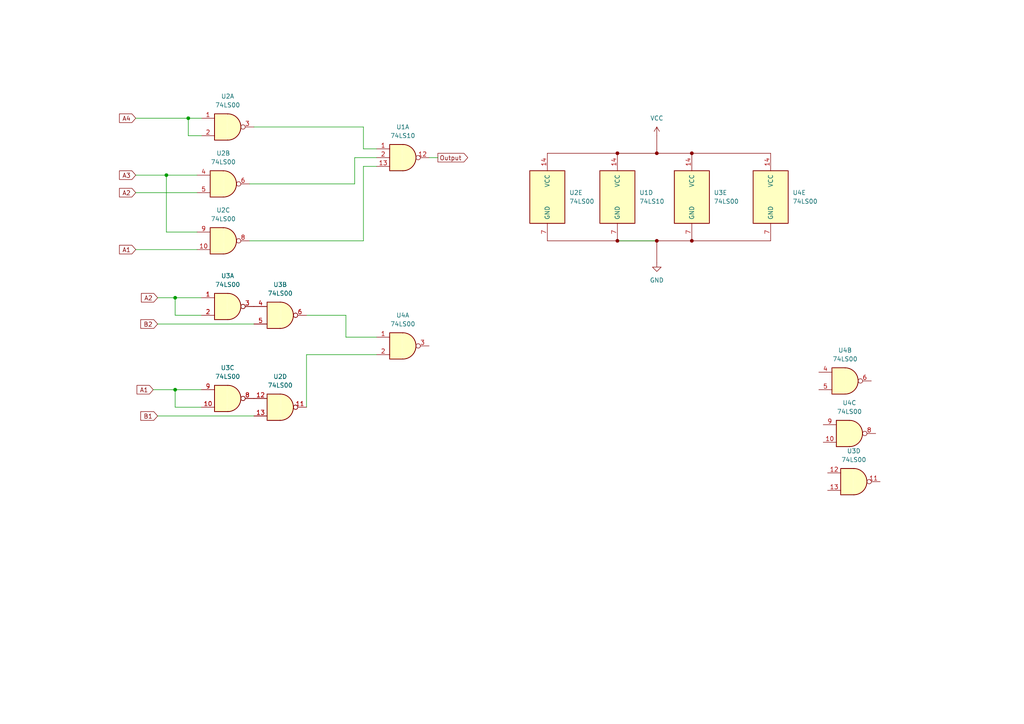
<source format=kicad_sch>
(kicad_sch (version 20231120) (generator "eeschema") (generator_version "8.0")
  (paper "A4")
  (lib_symbols
    (symbol "74xx:74LS00" (pin_names (offset 1.016))
      (property "Reference" "U" (at 0 1.27 0))
      (property "Value" "74LS00" (at 0 -1.27 0))
      (symbol "74LS00_1_1"
        (arc (start 0 -3.81) (mid 3.7934 0) (end 0 3.81) (stroke (width 0.254)) (fill (type background)))
        (polyline (pts (xy 0 3.81) (xy -3.81 3.81) (xy -3.81 -3.81) (xy 0 -3.81)) (stroke (width 0.254)) (fill (type background)))
        (pin input line (at -7.62 2.54 0) (length 3.81) (name "~") (number "1"))
        (pin input line (at -7.62 -2.54 0) (length 3.81) (name "~") (number "2"))
        (pin output inverted (at 7.62 0 180) (length 3.81) (name "~") (number "3"))
      )
      (symbol "74LS00_1_2"
        (arc (start -3.81 -3.81) (mid -2.589 0) (end -3.81 3.81) (stroke (width 0.254)))
        (arc (start -0.6096 -3.81) (mid 2.1842 -2.5851) (end 3.81 0) (stroke (width 0.254)) (fill (type background)))
        (polyline (pts (xy -3.81 -3.81) (xy -0.635 -3.81)) (stroke (width 0.254)) (fill (type background)))
        (polyline (pts (xy -3.81 3.81) (xy -0.635 3.81)) (stroke (width 0.254)) (fill (type background)))
        (polyline (pts (xy -0.635 3.81) (xy -3.81 3.81) (xy -3.81 3.81) (xy -3.556 3.4036) (xy -3.0226 2.2606) (xy -2.6924 1.0414) (xy -2.6162 -0.254) (xy -2.7686 -1.4986) (xy -3.175 -2.7178) (xy -3.81 -3.81) (xy -3.81 -3.81) (xy -0.635 -3.81)) (stroke (width -25.4)) (fill (type background)))
        (arc (start 3.81 0) (mid 2.1915 2.5936) (end -0.6096 3.81) (stroke (width 0.254)) (fill (type background)))
        (pin input inverted (at -7.62 2.54 0) (length 4.318) (name "~") (number "1"))
        (pin input inverted (at -7.62 -2.54 0) (length 4.318) (name "~") (number "2"))
        (pin output line (at 7.62 0 180) (length 3.81) (name "~") (number "3"))
      )
      (symbol "74LS00_2_1"
        (arc (start 0 -3.81) (mid 3.7934 0) (end 0 3.81) (stroke (width 0.254)) (fill (type background)))
        (polyline (pts (xy 0 3.81) (xy -3.81 3.81) (xy -3.81 -3.81) (xy 0 -3.81)) (stroke (width 0.254)) (fill (type background)))
        (pin input line (at -7.62 2.54 0) (length 3.81) (name "~") (number "4"))
        (pin input line (at -7.62 -2.54 0) (length 3.81) (name "~") (number "5"))
        (pin output inverted (at 7.62 0 180) (length 3.81) (name "~") (number "6"))
      )
      (symbol "74LS00_2_2"
        (arc (start -3.81 -3.81) (mid -2.589 0) (end -3.81 3.81) (stroke (width 0.254)))
        (arc (start -0.6096 -3.81) (mid 2.1842 -2.5851) (end 3.81 0) (stroke (width 0.254)) (fill (type background)))
        (polyline (pts (xy -3.81 -3.81) (xy -0.635 -3.81)) (stroke (width 0.254)) (fill (type background)))
        (polyline (pts (xy -3.81 3.81) (xy -0.635 3.81)) (stroke (width 0.254)) (fill (type background)))
        (polyline (pts (xy -0.635 3.81) (xy -3.81 3.81) (xy -3.81 3.81) (xy -3.556 3.4036) (xy -3.0226 2.2606) (xy -2.6924 1.0414) (xy -2.6162 -0.254) (xy -2.7686 -1.4986) (xy -3.175 -2.7178) (xy -3.81 -3.81) (xy -3.81 -3.81) (xy -0.635 -3.81)) (stroke (width -25.4)) (fill (type background)))
        (arc (start 3.81 0) (mid 2.1915 2.5936) (end -0.6096 3.81) (stroke (width 0.254)) (fill (type background)))
        (pin input inverted (at -7.62 2.54 0) (length 4.318) (name "~") (number "4"))
        (pin input inverted (at -7.62 -2.54 0) (length 4.318) (name "~") (number "5"))
        (pin output line (at 7.62 0 180) (length 3.81) (name "~") (number "6"))
      )
      (symbol "74LS00_3_1"
        (arc (start 0 -3.81) (mid 3.7934 0) (end 0 3.81) (stroke (width 0.254)) (fill (type background)))
        (polyline (pts (xy 0 3.81) (xy -3.81 3.81) (xy -3.81 -3.81) (xy 0 -3.81)) (stroke (width 0.254)) (fill (type background)))
        (pin input line (at -7.62 -2.54 0) (length 3.81) (name "~") (number "10"))
        (pin output inverted (at 7.62 0 180) (length 3.81) (name "~") (number "8"))
        (pin input line (at -7.62 2.54 0) (length 3.81) (name "~") (number "9"))
      )
      (symbol "74LS00_3_2"
        (arc (start -3.81 -3.81) (mid -2.589 0) (end -3.81 3.81) (stroke (width 0.254)))
        (arc (start -0.6096 -3.81) (mid 2.1842 -2.5851) (end 3.81 0) (stroke (width 0.254)) (fill (type background)))
        (polyline (pts (xy -3.81 -3.81) (xy -0.635 -3.81)) (stroke (width 0.254)) (fill (type background)))
        (polyline (pts (xy -3.81 3.81) (xy -0.635 3.81)) (stroke (width 0.254)) (fill (type background)))
        (polyline (pts (xy -0.635 3.81) (xy -3.81 3.81) (xy -3.81 3.81) (xy -3.556 3.4036) (xy -3.0226 2.2606) (xy -2.6924 1.0414) (xy -2.6162 -0.254) (xy -2.7686 -1.4986) (xy -3.175 -2.7178) (xy -3.81 -3.81) (xy -3.81 -3.81) (xy -0.635 -3.81)) (stroke (width -25.4)) (fill (type background)))
        (arc (start 3.81 0) (mid 2.1915 2.5936) (end -0.6096 3.81) (stroke (width 0.254)) (fill (type background)))
        (pin input inverted (at -7.62 -2.54 0) (length 4.318) (name "~") (number "10"))
        (pin output line (at 7.62 0 180) (length 3.81) (name "~") (number "8"))
        (pin input inverted (at -7.62 2.54 0) (length 4.318) (name "~") (number "9"))
      )
      (symbol "74LS00_4_1"
        (arc (start 0 -3.81) (mid 3.7934 0) (end 0 3.81) (stroke (width 0.254)) (fill (type background)))
        (polyline (pts (xy 0 3.81) (xy -3.81 3.81) (xy -3.81 -3.81) (xy 0 -3.81)) (stroke (width 0.254)) (fill (type background)))
        (pin output inverted (at 7.62 0 180) (length 3.81) (name "~") (number "11"))
        (pin input line (at -7.62 2.54 0) (length 3.81) (name "~") (number "12"))
        (pin input line (at -7.62 -2.54 0) (length 3.81) (name "~") (number "13"))
      )
      (symbol "74LS00_4_2"
        (arc (start -3.81 -3.81) (mid -2.589 0) (end -3.81 3.81) (stroke (width 0.254)))
        (arc (start -0.6096 -3.81) (mid 2.1842 -2.5851) (end 3.81 0) (stroke (width 0.254)) (fill (type background)))
        (polyline (pts (xy -3.81 -3.81) (xy -0.635 -3.81)) (stroke (width 0.254)) (fill (type background)))
        (polyline (pts (xy -3.81 3.81) (xy -0.635 3.81)) (stroke (width 0.254)) (fill (type background)))
        (polyline (pts (xy -0.635 3.81) (xy -3.81 3.81) (xy -3.81 3.81) (xy -3.556 3.4036) (xy -3.0226 2.2606) (xy -2.6924 1.0414) (xy -2.6162 -0.254) (xy -2.7686 -1.4986) (xy -3.175 -2.7178) (xy -3.81 -3.81) (xy -3.81 -3.81) (xy -0.635 -3.81)) (stroke (width -25.4)) (fill (type background)))
        (arc (start 3.81 0) (mid 2.1915 2.5936) (end -0.6096 3.81) (stroke (width 0.254)) (fill (type background)))
        (pin output line (at 7.62 0 180) (length 3.81) (name "~") (number "11"))
        (pin input inverted (at -7.62 2.54 0) (length 4.318) (name "~") (number "12"))
        (pin input inverted (at -7.62 -2.54 0) (length 4.318) (name "~") (number "13"))
      )
      (symbol "74LS00_5_0"
        (pin power_in line (at 0 12.7 270) (length 5.08) (name "VCC") (number "14"))
        (pin power_in line (at 0 -12.7 90) (length 5.08) (name "GND") (number "7"))
      )
      (symbol "74LS00_5_1"
        (rectangle (start -5.08 7.62) (end 5.08 -7.62) (stroke (width 0.254)) (fill (type background)))
      )
    )
    (symbol "74xx:74LS10" (pin_names (offset 1.016))
      (property "Reference" "U" (at 0 1.27 0))
      (property "Value" "74LS10" (at 0 -1.27 0))
      (symbol "74LS10_1_1"
        (arc (start 0 -3.81) (mid 3.7934 0) (end 0 3.81) (stroke (width 0.254)) (fill (type background)))
        (polyline (pts (xy 0 3.81) (xy -3.81 3.81) (xy -3.81 -3.81) (xy 0 -3.81)) (stroke (width 0.254)) (fill (type background)))
        (pin input line (at -7.62 2.54 0) (length 3.81) (name "~") (number "1"))
        (pin output inverted (at 7.62 0 180) (length 3.81) (name "~") (number "12"))
        (pin input line (at -7.62 -2.54 0) (length 3.81) (name "~") (number "13"))
        (pin input line (at -7.62 0 0) (length 3.81) (name "~") (number "2"))
      )
      (symbol "74LS10_1_2"
        (arc (start -3.81 -3.81) (mid -2.589 0) (end -3.81 3.81) (stroke (width 0.254)))
        (arc (start -0.6096 -3.81) (mid 2.1842 -2.5851) (end 3.81 0) (stroke (width 0.254)) (fill (type background)))
        (polyline (pts (xy -3.81 -3.81) (xy -0.635 -3.81)) (stroke (width 0.254)) (fill (type background)))
        (polyline (pts (xy -3.81 3.81) (xy -0.635 3.81)) (stroke (width 0.254)) (fill (type background)))
        (polyline (pts (xy -0.635 3.81) (xy -3.81 3.81) (xy -3.81 3.81) (xy -3.556 3.4036) (xy -3.0226 2.2606) (xy -2.6924 1.0414) (xy -2.6162 -0.254) (xy -2.7686 -1.4986) (xy -3.175 -2.7178) (xy -3.81 -3.81) (xy -3.81 -3.81) (xy -0.635 -3.81)) (stroke (width -25.4)) (fill (type background)))
        (arc (start 3.81 0) (mid 2.1915 2.5936) (end -0.6096 3.81) (stroke (width 0.254)) (fill (type background)))
        (pin input inverted (at -7.62 2.54 0) (length 4.318) (name "~") (number "1"))
        (pin output line (at 7.62 0 180) (length 3.81) (name "~") (number "12"))
        (pin input inverted (at -7.62 -2.54 0) (length 4.318) (name "~") (number "13"))
        (pin input inverted (at -7.62 0 0) (length 4.953) (name "~") (number "2"))
      )
      (symbol "74LS10_2_1"
        (arc (start 0 -3.81) (mid 3.7934 0) (end 0 3.81) (stroke (width 0.254)) (fill (type background)))
        (polyline (pts (xy 0 3.81) (xy -3.81 3.81) (xy -3.81 -3.81) (xy 0 -3.81)) (stroke (width 0.254)) (fill (type background)))
        (pin input line (at -7.62 2.54 0) (length 3.81) (name "~") (number "3"))
        (pin input line (at -7.62 0 0) (length 3.81) (name "~") (number "4"))
        (pin input line (at -7.62 -2.54 0) (length 3.81) (name "~") (number "5"))
        (pin output inverted (at 7.62 0 180) (length 3.81) (name "~") (number "6"))
      )
      (symbol "74LS10_2_2"
        (arc (start -3.81 -3.81) (mid -2.589 0) (end -3.81 3.81) (stroke (width 0.254)))
        (arc (start -0.6096 -3.81) (mid 2.1842 -2.5851) (end 3.81 0) (stroke (width 0.254)) (fill (type background)))
        (polyline (pts (xy -3.81 -3.81) (xy -0.635 -3.81)) (stroke (width 0.254)) (fill (type background)))
        (polyline (pts (xy -3.81 3.81) (xy -0.635 3.81)) (stroke (width 0.254)) (fill (type background)))
        (polyline (pts (xy -0.635 3.81) (xy -3.81 3.81) (xy -3.81 3.81) (xy -3.556 3.4036) (xy -3.0226 2.2606) (xy -2.6924 1.0414) (xy -2.6162 -0.254) (xy -2.7686 -1.4986) (xy -3.175 -2.7178) (xy -3.81 -3.81) (xy -3.81 -3.81) (xy -0.635 -3.81)) (stroke (width -25.4)) (fill (type background)))
        (arc (start 3.81 0) (mid 2.1915 2.5936) (end -0.6096 3.81) (stroke (width 0.254)) (fill (type background)))
        (pin input inverted (at -7.62 2.54 0) (length 4.318) (name "~") (number "3"))
        (pin input inverted (at -7.62 0 0) (length 4.953) (name "~") (number "4"))
        (pin input inverted (at -7.62 -2.54 0) (length 4.318) (name "~") (number "5"))
        (pin output line (at 7.62 0 180) (length 3.81) (name "~") (number "6"))
      )
      (symbol "74LS10_3_1"
        (arc (start 0 -3.81) (mid 3.7934 0) (end 0 3.81) (stroke (width 0.254)) (fill (type background)))
        (polyline (pts (xy 0 3.81) (xy -3.81 3.81) (xy -3.81 -3.81) (xy 0 -3.81)) (stroke (width 0.254)) (fill (type background)))
        (pin input line (at -7.62 0 0) (length 3.81) (name "~") (number "10"))
        (pin input line (at -7.62 -2.54 0) (length 3.81) (name "~") (number "11"))
        (pin output inverted (at 7.62 0 180) (length 3.81) (name "~") (number "8"))
        (pin input line (at -7.62 2.54 0) (length 3.81) (name "~") (number "9"))
      )
      (symbol "74LS10_3_2"
        (arc (start -3.81 -3.81) (mid -2.589 0) (end -3.81 3.81) (stroke (width 0.254)))
        (arc (start -0.6096 -3.81) (mid 2.1842 -2.5851) (end 3.81 0) (stroke (width 0.254)) (fill (type background)))
        (polyline (pts (xy -3.81 -3.81) (xy -0.635 -3.81)) (stroke (width 0.254)) (fill (type background)))
        (polyline (pts (xy -3.81 3.81) (xy -0.635 3.81)) (stroke (width 0.254)) (fill (type background)))
        (polyline (pts (xy -0.635 3.81) (xy -3.81 3.81) (xy -3.81 3.81) (xy -3.556 3.4036) (xy -3.0226 2.2606) (xy -2.6924 1.0414) (xy -2.6162 -0.254) (xy -2.7686 -1.4986) (xy -3.175 -2.7178) (xy -3.81 -3.81) (xy -3.81 -3.81) (xy -0.635 -3.81)) (stroke (width -25.4)) (fill (type background)))
        (arc (start 3.81 0) (mid 2.1915 2.5936) (end -0.6096 3.81) (stroke (width 0.254)) (fill (type background)))
        (pin input inverted (at -7.62 0 0) (length 4.953) (name "~") (number "10"))
        (pin input inverted (at -7.62 -2.54 0) (length 4.318) (name "~") (number "11"))
        (pin output line (at 7.62 0 180) (length 3.81) (name "~") (number "8"))
        (pin input inverted (at -7.62 2.54 0) (length 4.318) (name "~") (number "9"))
      )
      (symbol "74LS10_4_0"
        (pin power_in line (at 0 12.7 270) (length 5.08) (name "VCC") (number "14"))
        (pin power_in line (at 0 -12.7 90) (length 5.08) (name "GND") (number "7"))
      )
      (symbol "74LS10_4_1"
        (rectangle (start -5.08 7.62) (end 5.08 -7.62) (stroke (width 0.254)) (fill (type background)))
      )
    )
    (symbol "power:GND" (power) (pin_numbers hide) (pin_names (offset 0) hide)
      (property "Value" "GND" (at 0 -3.81 0))
      (symbol "GND_0_1"
        (polyline (pts (xy 0 0) (xy 0 -1.27) (xy 1.27 -1.27) (xy 0 -2.54) (xy -1.27 -1.27) (xy 0 -1.27)))
      )
      (symbol "GND_1_1"
        (pin power_in line (at 0 0 270) (length 0) (name "~") (number "1"))
      )
    )
    (symbol "power:VCC" (power) (pin_numbers hide) (pin_names (offset 0) hide)
      (property "Value" "VCC" (at 0 3.556 0))
      (symbol "VCC_0_1"
        (polyline (pts (xy -0.762 1.27) (xy 0 2.54)))
        (polyline (pts (xy 0 0) (xy 0 2.54)))
        (polyline (pts (xy 0 2.54) (xy 0.762 1.27)))
      )
      (symbol "VCC_1_1"
        (pin power_in line (at 0 0 90) (length 0) (name "~") (number "1"))
      )
    )
  )
  (junction (at 200.66 69.85) (color 132 0 0 1))
  (junction (at 50.8 113.03))
  (junction (at 48.26 50.8))
  (junction (at 179.07 69.85) (color 132 0 0 1))
  (junction (at 54.61 34.29))
  (junction (at 200.66 44.45) (color 132 0 0 1))
  (junction (at 50.8 86.36))
  (junction (at 190.5 69.85) (color 132 0 0 1))
  (junction (at 179.07 44.45) (color 132 0 0 1))
  (junction (at 190.5 44.45) (color 132 0 0 1))
  (wire (pts (xy 48.26 50.8) (xy 57.15 50.8)))
  (wire (pts (xy 88.9 102.87) (xy 109.22 102.87)))
  (wire (pts (xy 200.66 69.85) (xy 223.52 69.85)) (stroke (width 0) (color 132 0 0 1)))
  (wire (pts (xy 44.45 113.03) (xy 50.8 113.03)))
  (wire (pts (xy 54.61 39.37) (xy 54.61 34.29)))
  (wire (pts (xy 58.42 91.44) (xy 50.8 91.44)))
  (wire (pts (xy 190.5 44.45) (xy 179.07 44.45)) (stroke (width 0) (color 132 0 0 1)))
  (wire (pts (xy 45.72 120.65) (xy 73.66 120.65)))
  (wire (pts (xy 58.42 39.37) (xy 54.61 39.37)))
  (wire (pts (xy 58.42 118.11) (xy 50.8 118.11)))
  (wire (pts (xy 109.22 48.26) (xy 105.41 48.26)))
  (wire (pts (xy 109.22 43.18) (xy 105.41 43.18)))
  (wire (pts (xy 73.66 36.83) (xy 105.41 36.83)))
  (wire (pts (xy 45.72 93.98) (xy 73.66 93.98)))
  (wire (pts (xy 190.5 69.85) (xy 200.66 69.85)) (stroke (width 0) (color 132 0 0 1)))
  (wire (pts (xy 100.33 91.44) (xy 100.33 97.79)))
  (wire (pts (xy 102.87 53.34) (xy 102.87 45.72)))
  (wire (pts (xy 179.07 69.85) (xy 190.5 69.85)))
  (wire (pts (xy 158.75 69.85) (xy 179.07 69.85)) (stroke (width 0) (color 132 0 0 1)))
  (wire (pts (xy 45.72 86.36) (xy 50.8 86.36)))
  (wire (pts (xy 39.37 50.8) (xy 48.26 50.8)))
  (wire (pts (xy 200.66 44.45) (xy 223.52 44.45)) (stroke (width 0) (color 132 0 0 1)))
  (wire (pts (xy 190.5 69.85) (xy 179.07 69.85)) (stroke (width 0) (color 132 0 0 1)))
  (wire (pts (xy 158.75 44.45) (xy 179.07 44.45)) (stroke (width 0) (color 132 0 0 1)))
  (wire (pts (xy 105.41 43.18) (xy 105.41 36.83)))
  (wire (pts (xy 190.5 39.37) (xy 190.5 44.45)) (stroke (width 0) (color 132 0 0 1)))
  (wire (pts (xy 50.8 86.36) (xy 58.42 86.36)))
  (wire (pts (xy 50.8 113.03) (xy 58.42 113.03)))
  (wire (pts (xy 39.37 34.29) (xy 54.61 34.29)))
  (wire (pts (xy 105.41 48.26) (xy 105.41 69.85)))
  (wire (pts (xy 124.46 45.72) (xy 127 45.72)))
  (wire (pts (xy 100.33 97.79) (xy 109.22 97.79)))
  (wire (pts (xy 88.9 118.11) (xy 88.9 102.87)))
  (wire (pts (xy 102.87 45.72) (xy 109.22 45.72)))
  (wire (pts (xy 39.37 72.39) (xy 57.15 72.39)))
  (wire (pts (xy 72.39 69.85) (xy 105.41 69.85)))
  (wire (pts (xy 50.8 91.44) (xy 50.8 86.36)))
  (wire (pts (xy 50.8 118.11) (xy 50.8 113.03)))
  (wire (pts (xy 57.15 67.31) (xy 48.26 67.31)))
  (wire (pts (xy 54.61 34.29) (xy 58.42 34.29)))
  (wire (pts (xy 48.26 67.31) (xy 48.26 50.8)))
  (wire (pts (xy 179.07 44.45) (xy 190.5 44.45)))
  (wire (pts (xy 190.5 76.2) (xy 190.5 69.85)) (stroke (width 0) (color 132 0 0 1)))
  (wire (pts (xy 88.9 91.44) (xy 100.33 91.44)))
  (wire (pts (xy 39.37 55.88) (xy 57.15 55.88)))
  (wire (pts (xy 72.39 53.34) (xy 102.87 53.34)))
  (wire (pts (xy 190.5 44.45) (xy 200.66 44.45)) (stroke (width 0) (color 132 0 0 1)))
  (global_label "B2" (shape input) (at 45.72 93.98 180) (property "Intersheetrefs" "${INTERSHEET_REFS}" (effects (hide yes))))
  (global_label "A1" (shape input) (at 39.37 72.39 180) (property "Intersheetrefs" "${INTERSHEET_REFS}" (effects (hide yes))))
  (global_label "A4" (shape input) (at 39.37 34.29 180) (property "Intersheetrefs" "${INTERSHEET_REFS}" (effects (hide yes))))
  (global_label "A2" (shape input) (at 45.72 86.36 180) (property "Intersheetrefs" "${INTERSHEET_REFS}" (effects (hide yes))))
  (global_label "Output" (shape output) (at 127 45.72 0) (property "Intersheetrefs" "${INTERSHEET_REFS}" (effects (hide yes))))
  (global_label "A3" (shape input) (at 39.37 50.8 180) (property "Intersheetrefs" "${INTERSHEET_REFS}" (effects (hide yes))))
  (global_label "A1" (shape input) (at 44.45 113.03 180) (property "Intersheetrefs" "${INTERSHEET_REFS}" (effects (hide yes))))
  (global_label "A2" (shape input) (at 39.37 55.88 180) (property "Intersheetrefs" "${INTERSHEET_REFS}" (effects (hide yes))))
  (global_label "B1" (shape input) (at 45.72 120.65 180) (property "Intersheetrefs" "${INTERSHEET_REFS}" (effects (hide yes))))
  (symbol (lib_id "74xx:74LS00") (at 200.66 57.15 0) (unit 5)
    (property "Reference" "U3" (at 207.01 55.8799 0) (effects (justify left)))
    (property "Value" "74LS00" (at 207.01 58.4199 0) (effects (justify left)))
    (property "Datasheet" "http://www.ti.com/lit/gpn/sn74ls00" (effects (hide yes)))
    (property "Description" "quad 2-input NAND gate" (effects (hide yes)))
  )
  (symbol (lib_id "74xx:74LS00") (at 81.28 118.11 0) (unit 4)
    (property "Reference" "U2" (at 81.2717 109.22 0))
    (property "Value" "74LS00" (at 81.2717 111.76 0))
    (property "Datasheet" "http://www.ti.com/lit/gpn/sn74ls00" (effects (hide yes)))
    (property "Description" "quad 2-input NAND gate" (effects (hide yes)))
  )
  (symbol (lib_id "74xx:74LS10") (at 116.84 45.72 0) (unit 1)
    (property "Reference" "U1" (at 116.8317 36.83 0))
    (property "Value" "74LS10" (at 116.8317 39.37 0))
    (property "Datasheet" "http://www.ti.com/lit/gpn/sn74LS10" (effects (hide yes)))
    (property "Description" "Triple 3-input NAND" (effects (hide yes)))
  )
  (symbol (lib_id "74xx:74LS00") (at 223.52 57.15 0) (unit 5)
    (property "Reference" "U4" (at 229.87 55.8799 0) (effects (justify left)))
    (property "Value" "74LS00" (at 229.87 58.4199 0) (effects (justify left)))
    (property "Datasheet" "http://www.ti.com/lit/gpn/sn74ls00" (effects (hide yes)))
    (property "Description" "quad 2-input NAND gate" (effects (hide yes)))
  )
  (symbol (lib_id "74xx:74LS00") (at 116.84 100.33 0) (unit 1)
    (property "Reference" "U4" (at 116.8317 91.44 0))
    (property "Value" "74LS00" (at 116.8317 93.98 0))
    (property "Datasheet" "http://www.ti.com/lit/gpn/sn74ls00" (effects (hide yes)))
    (property "Description" "quad 2-input NAND gate" (effects (hide yes)))
  )
  (symbol (lib_id "74xx:74LS00") (at 64.77 69.85 0) (unit 3)
    (property "Reference" "U2" (at 64.7617 60.96 0))
    (property "Value" "74LS00" (at 64.7617 63.5 0))
    (property "Datasheet" "http://www.ti.com/lit/gpn/sn74ls00" (effects (hide yes)))
    (property "Description" "quad 2-input NAND gate" (effects (hide yes)))
  )
  (symbol (lib_id "power:VCC") (at 190.5 39.37 0) (unit 1)
    (property "Reference" "#PWR02" (effects (hide yes)))
    (property "Value" "VCC" (at 190.5 34.29 0))
    (property "Description" "Power symbol creates a global label with name \"VCC\"" (effects (hide yes)))
  )
  (symbol (lib_id "74xx:74LS00") (at 64.77 53.34 0) (unit 2)
    (property "Reference" "U2" (at 64.7617 44.45 0))
    (property "Value" "74LS00" (at 64.7617 46.99 0))
    (property "Datasheet" "http://www.ti.com/lit/gpn/sn74ls00" (effects (hide yes)))
    (property "Description" "quad 2-input NAND gate" (effects (hide yes)))
  )
  (symbol (lib_id "74xx:74LS00") (at 246.38 125.73 0) (unit 3)
    (property "Reference" "U4" (at 246.3717 116.84 0))
    (property "Value" "74LS00" (at 246.3717 119.38 0))
    (property "Datasheet" "http://www.ti.com/lit/gpn/sn74ls00" (effects (hide yes)))
    (property "Description" "quad 2-input NAND gate" (effects (hide yes)))
  )
  (symbol (lib_id "74xx:74LS00") (at 158.75 57.15 0) (unit 5)
    (property "Reference" "U2" (at 165.1 55.8799 0) (effects (justify left)))
    (property "Value" "74LS00" (at 165.1 58.4199 0) (effects (justify left)))
    (property "Datasheet" "http://www.ti.com/lit/gpn/sn74ls00" (effects (hide yes)))
    (property "Description" "quad 2-input NAND gate" (effects (hide yes)))
  )
  (symbol (lib_id "74xx:74LS00") (at 247.65 139.7 0) (unit 4)
    (property "Reference" "U3" (at 247.6417 130.81 0))
    (property "Value" "74LS00" (at 247.6417 133.35 0))
    (property "Datasheet" "http://www.ti.com/lit/gpn/sn74ls00" (effects (hide yes)))
    (property "Description" "quad 2-input NAND gate" (effects (hide yes)))
  )
  (symbol (lib_id "74xx:74LS00") (at 245.11 110.49 0) (unit 2)
    (property "Reference" "U4" (at 245.1017 101.6 0))
    (property "Value" "74LS00" (at 245.1017 104.14 0))
    (property "Datasheet" "http://www.ti.com/lit/gpn/sn74ls00" (effects (hide yes)))
    (property "Description" "quad 2-input NAND gate" (effects (hide yes)))
  )
  (symbol (lib_id "74xx:74LS00") (at 66.04 115.57 0) (unit 3)
    (property "Reference" "U3" (at 66.0317 106.68 0))
    (property "Value" "74LS00" (at 66.0317 109.22 0))
    (property "Datasheet" "http://www.ti.com/lit/gpn/sn74ls00" (effects (hide yes)))
    (property "Description" "quad 2-input NAND gate" (effects (hide yes)))
  )
  (symbol (lib_id "74xx:74LS10") (at 179.07 57.15 0) (unit 4)
    (property "Reference" "U1" (at 185.42 55.8799 0) (effects (justify left)))
    (property "Value" "74LS10" (at 185.42 58.4199 0) (effects (justify left)))
    (property "Datasheet" "http://www.ti.com/lit/gpn/sn74LS10" (effects (hide yes)))
    (property "Description" "Triple 3-input NAND" (effects (hide yes)))
  )
  (symbol (lib_id "74xx:74LS00") (at 66.04 36.83 0) (unit 1)
    (property "Reference" "U2" (at 66.0317 27.94 0))
    (property "Value" "74LS00" (at 66.0317 30.48 0))
    (property "Datasheet" "http://www.ti.com/lit/gpn/sn74ls00" (effects (hide yes)))
    (property "Description" "quad 2-input NAND gate" (effects (hide yes)))
  )
  (symbol (lib_id "power:GND") (at 190.5 76.2 0) (unit 1)
    (property "Reference" "#PWR01" (effects (hide yes)))
    (property "Value" "GND" (at 190.5 81.28 0))
    (property "Description" "Power symbol creates a global label with name \"GND\" , ground" (effects (hide yes)))
  )
  (symbol (lib_id "74xx:74LS00") (at 66.04 88.9 0) (unit 1)
    (property "Reference" "U3" (at 66.0317 80.01 0))
    (property "Value" "74LS00" (at 66.0317 82.55 0))
    (property "Datasheet" "http://www.ti.com/lit/gpn/sn74ls00" (effects (hide yes)))
    (property "Description" "quad 2-input NAND gate" (effects (hide yes)))
  )
  (symbol (lib_id "74xx:74LS00") (at 81.28 91.44 0) (unit 2)
    (property "Reference" "U3" (at 81.2717 82.55 0))
    (property "Value" "74LS00" (at 81.2717 85.09 0))
    (property "Datasheet" "http://www.ti.com/lit/gpn/sn74ls00" (effects (hide yes)))
    (property "Description" "quad 2-input NAND gate" (effects (hide yes)))
  )
)
</source>
